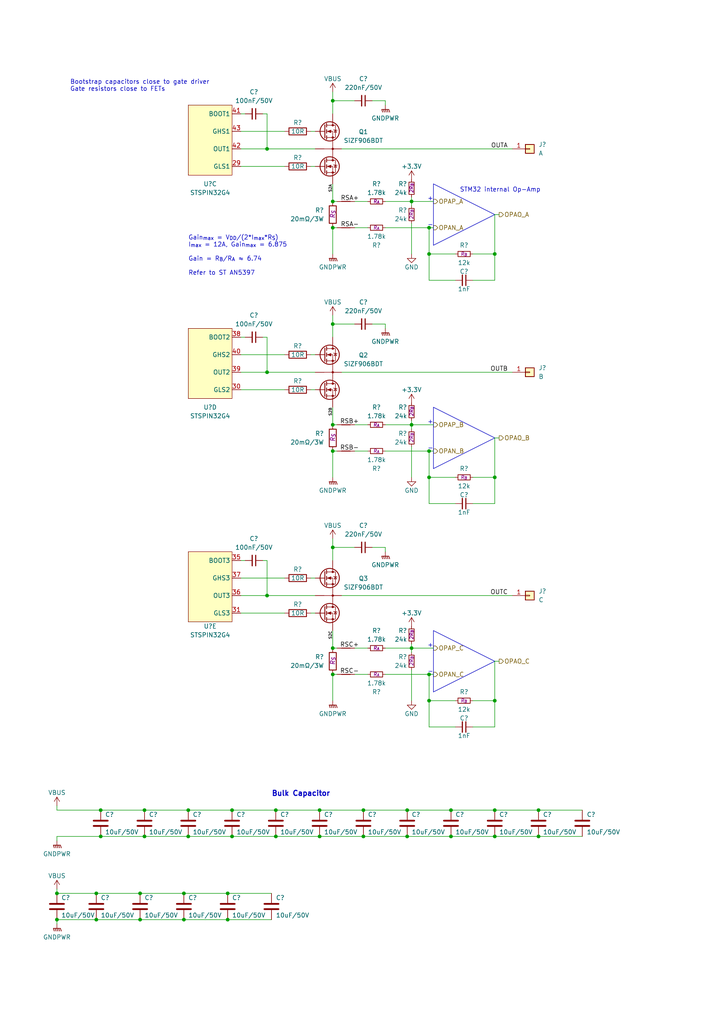
<source format=kicad_sch>
(kicad_sch (version 20231120) (generator "eeschema") (generator_version "8.0")
  (paper "A4" portrait)
  (junction (at 53.34 259.08))
  (junction (at 96.52 130.81))
  (junction (at 105.41 234.95))
  (junction (at 67.31 242.57))
  (junction (at 29.21 234.95))
  (junction (at 124.46 66.04))
  (junction (at 66.04 266.7))
  (junction (at 130.81 234.95))
  (junction (at 143.51 242.57))
  (junction (at 119.38 123.19))
  (junction (at 96.52 187.96))
  (junction (at 67.31 234.95))
  (junction (at 29.21 242.57))
  (junction (at 130.81 242.57))
  (junction (at 124.46 195.58))
  (junction (at 54.61 234.95))
  (junction (at 27.94 266.7))
  (junction (at 143.51 138.43))
  (junction (at 27.94 259.08))
  (junction (at 124.46 138.43))
  (junction (at 96.52 93.98))
  (junction (at 143.51 203.2))
  (junction (at 92.71 242.57))
  (junction (at 105.41 242.57))
  (junction (at 41.91 242.57))
  (junction (at 96.52 66.04))
  (junction (at 80.01 242.57))
  (junction (at 96.52 123.19))
  (junction (at 54.61 242.57))
  (junction (at 124.46 130.81))
  (junction (at 77.47 43.18))
  (junction (at 96.52 195.58))
  (junction (at 96.52 158.75))
  (junction (at 156.21 242.57))
  (junction (at 96.52 58.42))
  (junction (at 77.47 107.95))
  (junction (at 118.11 242.57))
  (junction (at 92.71 234.95))
  (junction (at 96.52 29.21))
  (junction (at 124.46 203.2))
  (junction (at 118.11 234.95))
  (junction (at 41.91 234.95))
  (junction (at 53.34 266.7))
  (junction (at 156.21 234.95))
  (junction (at 143.51 234.95))
  (junction (at 66.04 259.08))
  (junction (at 124.46 73.66))
  (junction (at 119.38 58.42))
  (junction (at 143.51 73.66))
  (junction (at 77.47 172.72))
  (junction (at 16.51 259.08))
  (junction (at 40.64 259.08))
  (junction (at 40.64 266.7))
  (junction (at 119.38 187.96))
  (junction (at 16.51 266.7))
  (junction (at 80.01 234.95))
  (wire (pts (xy 69.85 48.26) (xy 82.55 48.26)))
  (wire (pts (xy 27.94 259.08) (xy 40.64 259.08)))
  (wire (pts (xy 69.85 102.87) (xy 82.55 102.87)))
  (wire (pts (xy 29.21 234.95) (xy 41.91 234.95)))
  (polyline (pts (xy 125.73 182.88) (xy 143.51 191.77)))
  (wire (pts (xy 96.52 156.21) (xy 96.52 158.75)))
  (wire (pts (xy 96.52 29.21) (xy 96.52 33.02)))
  (wire (pts (xy 102.87 195.58) (xy 106.68 195.58)))
  (wire (pts (xy 69.85 113.03) (xy 82.55 113.03)))
  (wire (pts (xy 102.87 130.81) (xy 106.68 130.81)))
  (wire (pts (xy 54.61 234.95) (xy 67.31 234.95)))
  (polyline (pts (xy 125.73 71.12) (xy 143.51 62.23)))
  (wire (pts (xy 137.16 146.05) (xy 143.51 146.05)))
  (wire (pts (xy 132.08 81.28) (xy 124.46 81.28)))
  (wire (pts (xy 41.91 234.95) (xy 54.61 234.95)))
  (wire (pts (xy 143.51 203.2) (xy 143.51 191.77)))
  (wire (pts (xy 102.87 123.19) (xy 106.68 123.19)))
  (wire (pts (xy 168.91 242.57) (xy 156.21 242.57)))
  (wire (pts (xy 16.51 234.95) (xy 29.21 234.95)))
  (wire (pts (xy 77.47 33.02) (xy 76.2 33.02)))
  (wire (pts (xy 119.38 121.92) (xy 119.38 123.19)))
  (polyline (pts (xy 125.73 53.34) (xy 143.51 62.23)))
  (wire (pts (xy 67.31 234.95) (xy 80.01 234.95)))
  (wire (pts (xy 41.91 242.57) (xy 54.61 242.57)))
  (wire (pts (xy 137.16 203.2) (xy 143.51 203.2)))
  (polyline (pts (xy 125.73 118.11) (xy 143.51 127)))
  (wire (pts (xy 96.52 26.67) (xy 96.52 29.21)))
  (wire (pts (xy 90.17 177.8) (xy 91.44 177.8)))
  (wire (pts (xy 77.47 97.79) (xy 77.47 107.95)))
  (wire (pts (xy 105.41 234.95) (xy 118.11 234.95)))
  (polyline (pts (xy 125.73 135.89) (xy 125.73 118.11)))
  (wire (pts (xy 111.76 93.98) (xy 107.95 93.98)))
  (wire (pts (xy 80.01 242.57) (xy 92.71 242.57)))
  (wire (pts (xy 96.52 182.88) (xy 96.52 187.96)))
  (wire (pts (xy 97.79 58.42) (xy 96.52 58.42)))
  (wire (pts (xy 96.52 53.34) (xy 96.52 58.42)))
  (wire (pts (xy 16.51 233.68) (xy 16.51 234.95)))
  (wire (pts (xy 143.51 127) (xy 144.78 127)))
  (wire (pts (xy 16.51 259.08) (xy 27.94 259.08)))
  (wire (pts (xy 105.41 242.57) (xy 118.11 242.57)))
  (wire (pts (xy 119.38 129.54) (xy 119.38 138.43)))
  (wire (pts (xy 137.16 210.82) (xy 143.51 210.82)))
  (wire (pts (xy 69.85 172.72) (xy 77.47 172.72)))
  (wire (pts (xy 118.11 242.57) (xy 130.81 242.57)))
  (wire (pts (xy 69.85 107.95) (xy 77.47 107.95)))
  (wire (pts (xy 124.46 130.81) (xy 125.73 130.81)))
  (wire (pts (xy 119.38 124.46) (xy 119.38 123.19)))
  (wire (pts (xy 119.38 59.69) (xy 119.38 58.42)))
  (wire (pts (xy 97.79 130.81) (xy 96.52 130.81)))
  (wire (pts (xy 143.51 242.57) (xy 156.21 242.57)))
  (wire (pts (xy 69.85 43.18) (xy 77.47 43.18)))
  (wire (pts (xy 69.85 38.1) (xy 82.55 38.1)))
  (wire (pts (xy 111.76 187.96) (xy 119.38 187.96)))
  (wire (pts (xy 66.04 259.08) (xy 78.74 259.08)))
  (wire (pts (xy 132.08 203.2) (xy 124.46 203.2)))
  (wire (pts (xy 66.04 266.7) (xy 78.74 266.7)))
  (wire (pts (xy 130.81 234.95) (xy 143.51 234.95)))
  (wire (pts (xy 143.51 191.77) (xy 144.78 191.77)))
  (wire (pts (xy 119.38 123.19) (xy 125.73 123.19)))
  (wire (pts (xy 143.51 73.66) (xy 143.51 62.23)))
  (wire (pts (xy 102.87 187.96) (xy 106.68 187.96)))
  (wire (pts (xy 111.76 95.25) (xy 111.76 93.98)))
  (wire (pts (xy 40.64 259.08) (xy 53.34 259.08)))
  (wire (pts (xy 111.76 130.81) (xy 124.46 130.81)))
  (wire (pts (xy 53.34 259.08) (xy 66.04 259.08)))
  (wire (pts (xy 40.64 266.7) (xy 53.34 266.7)))
  (wire (pts (xy 111.76 29.21) (xy 107.95 29.21)))
  (polyline (pts (xy 125.73 71.12) (xy 125.73 53.34)))
  (wire (pts (xy 143.51 234.95) (xy 156.21 234.95)))
  (wire (pts (xy 137.16 73.66) (xy 143.51 73.66)))
  (wire (pts (xy 124.46 195.58) (xy 125.73 195.58)))
  (wire (pts (xy 96.52 118.11) (xy 96.52 123.19)))
  (wire (pts (xy 102.87 58.42) (xy 106.68 58.42)))
  (wire (pts (xy 90.17 102.87) (xy 91.44 102.87)))
  (wire (pts (xy 80.01 234.95) (xy 92.71 234.95)))
  (wire (pts (xy 96.52 29.21) (xy 102.87 29.21)))
  (wire (pts (xy 97.79 123.19) (xy 96.52 123.19)))
  (wire (pts (xy 77.47 33.02) (xy 77.47 43.18)))
  (wire (pts (xy 97.79 195.58) (xy 96.52 195.58)))
  (wire (pts (xy 96.52 91.44) (xy 96.52 93.98)))
  (wire (pts (xy 77.47 107.95) (xy 91.44 107.95)))
  (wire (pts (xy 124.46 130.81) (xy 124.46 138.43)))
  (wire (pts (xy 69.85 97.79) (xy 71.12 97.79)))
  (wire (pts (xy 54.61 242.57) (xy 67.31 242.57)))
  (wire (pts (xy 90.17 167.64) (xy 91.44 167.64)))
  (wire (pts (xy 29.21 242.57) (xy 41.91 242.57)))
  (wire (pts (xy 77.47 172.72) (xy 91.44 172.72)))
  (wire (pts (xy 90.17 38.1) (xy 91.44 38.1)))
  (wire (pts (xy 16.51 266.7) (xy 16.51 267.97)))
  (wire (pts (xy 143.51 146.05) (xy 143.51 138.43)))
  (wire (pts (xy 143.51 62.23) (xy 144.78 62.23)))
  (wire (pts (xy 107.95 158.75) (xy 111.76 158.75)))
  (wire (pts (xy 96.52 138.43) (xy 96.52 130.81)))
  (wire (pts (xy 124.46 146.05) (xy 124.46 138.43)))
  (wire (pts (xy 119.38 186.69) (xy 119.38 187.96)))
  (wire (pts (xy 69.85 33.02) (xy 71.12 33.02)))
  (wire (pts (xy 143.51 138.43) (xy 143.51 127)))
  (wire (pts (xy 124.46 195.58) (xy 124.46 203.2)))
  (wire (pts (xy 132.08 138.43) (xy 124.46 138.43)))
  (wire (pts (xy 29.21 242.57) (xy 16.51 242.57)))
  (wire (pts (xy 92.71 242.57) (xy 105.41 242.57)))
  (wire (pts (xy 99.06 107.95) (xy 148.59 107.95)))
  (wire (pts (xy 90.17 113.03) (xy 91.44 113.03)))
  (wire (pts (xy 132.08 146.05) (xy 124.46 146.05)))
  (wire (pts (xy 16.51 257.81) (xy 16.51 259.08)))
  (wire (pts (xy 69.85 167.64) (xy 82.55 167.64)))
  (wire (pts (xy 96.52 93.98) (xy 102.87 93.98)))
  (wire (pts (xy 67.31 242.57) (xy 80.01 242.57)))
  (wire (pts (xy 119.38 187.96) (xy 125.73 187.96)))
  (wire (pts (xy 137.16 138.43) (xy 143.51 138.43)))
  (wire (pts (xy 111.76 123.19) (xy 119.38 123.19)))
  (wire (pts (xy 119.38 64.77) (xy 119.38 73.66)))
  (wire (pts (xy 97.79 66.04) (xy 96.52 66.04)))
  (wire (pts (xy 69.85 177.8) (xy 82.55 177.8)))
  (wire (pts (xy 119.38 57.15) (xy 119.38 58.42)))
  (wire (pts (xy 111.76 195.58) (xy 124.46 195.58)))
  (wire (pts (xy 111.76 30.48) (xy 111.76 29.21)))
  (wire (pts (xy 99.06 43.18) (xy 148.59 43.18)))
  (wire (pts (xy 99.06 172.72) (xy 148.59 172.72)))
  (wire (pts (xy 53.34 266.7) (xy 66.04 266.7)))
  (wire (pts (xy 96.52 203.2) (xy 96.52 195.58)))
  (wire (pts (xy 130.81 242.57) (xy 143.51 242.57)))
  (wire (pts (xy 96.52 158.75) (xy 102.87 158.75)))
  (wire (pts (xy 96.52 158.75) (xy 96.52 162.56)))
  (wire (pts (xy 97.79 187.96) (xy 96.52 187.96)))
  (wire (pts (xy 124.46 81.28) (xy 124.46 73.66)))
  (wire (pts (xy 27.94 266.7) (xy 40.64 266.7)))
  (wire (pts (xy 143.51 210.82) (xy 143.51 203.2)))
  (wire (pts (xy 96.52 93.98) (xy 96.52 97.79)))
  (wire (pts (xy 137.16 81.28) (xy 143.51 81.28)))
  (wire (pts (xy 77.47 43.18) (xy 91.44 43.18)))
  (wire (pts (xy 77.47 162.56) (xy 77.47 172.72)))
  (wire (pts (xy 124.46 66.04) (xy 125.73 66.04)))
  (wire (pts (xy 132.08 210.82) (xy 124.46 210.82)))
  (wire (pts (xy 119.38 194.31) (xy 119.38 203.2)))
  (wire (pts (xy 102.87 66.04) (xy 106.68 66.04)))
  (polyline (pts (xy 125.73 200.66) (xy 125.73 182.88)))
  (wire (pts (xy 16.51 266.7) (xy 27.94 266.7)))
  (wire (pts (xy 77.47 97.79) (xy 76.2 97.79)))
  (wire (pts (xy 119.38 58.42) (xy 125.73 58.42)))
  (wire (pts (xy 92.71 234.95) (xy 105.41 234.95)))
  (wire (pts (xy 118.11 234.95) (xy 130.81 234.95)))
  (wire (pts (xy 132.08 73.66) (xy 124.46 73.66)))
  (wire (pts (xy 111.76 160.02) (xy 111.76 158.75)))
  (wire (pts (xy 16.51 243.84) (xy 16.51 242.57)))
  (wire (pts (xy 111.76 58.42) (xy 119.38 58.42)))
  (wire (pts (xy 124.46 66.04) (xy 124.46 73.66)))
  (wire (pts (xy 90.17 48.26) (xy 91.44 48.26)))
  (wire (pts (xy 119.38 189.23) (xy 119.38 187.96)))
  (wire (pts (xy 111.76 66.04) (xy 124.46 66.04)))
  (polyline (pts (xy 125.73 135.89) (xy 143.51 127)))
  (wire (pts (xy 168.91 234.95) (xy 156.21 234.95)))
  (wire (pts (xy 124.46 210.82) (xy 124.46 203.2)))
  (wire (pts (xy 143.51 81.28) (xy 143.51 73.66)))
  (wire (pts (xy 69.85 162.56) (xy 71.12 162.56)))
  (wire (pts (xy 77.47 162.56) (xy 76.2 162.56)))
  (wire (pts (xy 96.52 73.66) (xy 96.52 66.04)))
  (polyline (pts (xy 125.73 200.66) (xy 143.51 191.77)))
  (text "+" (at 125.73 123.19 0) (effects (font (size 1.27 1.27)) (justify right bottom)))
  (text "-" (at 125.73 130.81 0) (effects (font (size 1.27 1.27)) (justify right bottom)))
  (text "Bulk Capacitor" (at 78.74 231.14 0) (effects (font (size 1.5 1.5) (thickness 0.3) (bold yes)) (justify left bottom)))
  (text "+" (at 125.73 58.42 0) (effects (font (size 1.27 1.27)) (justify right bottom)))
  (text "+" (at 125.73 187.96 0) (effects (font (size 1.27 1.27)) (justify right bottom)))
  (text "Gain_{max} = V_{DD}/(2*I_{max}*R_{S})\nI_{max} = 12A, Gain_{max} = 6.875\n\nGain = R_{B}/R_{A} ≈ 6.74\n\nRefer to ST AN5397" (at 54.61 80.01 0) (effects (font (size 1.27 1.27)) (justify left bottom)))
  (text "STM32 internal Op-Amp" (at 133.35 55.88 0) (effects (font (size 1.27 1.27)) (justify left bottom)))
  (text "Bootstrap capacitors close to gate driver\nGate resistors close to FETs" (at 20.32 26.67 0) (effects (font (size 1.27 1.27)) (justify left bottom)))
  (text "-" (at 125.73 66.04 0) (effects (font (size 1.27 1.27)) (justify right bottom)))
  (text "-" (at 125.73 195.58 0) (effects (font (size 1.27 1.27)) (justify right bottom)))
  (label "S2B" (at 96.52 118.11 270) (effects (font (size 0.8 0.8))))
  (label "RSA-" (at 104.14 66.04 180))
  (label "RSC-" (at 104.14 195.58 180))
  (label "RSA+" (at 104.14 58.42 180))
  (label "S2A" (at 96.52 53.34 270) (effects (font (size 0.8 0.8))))
  (label "RSB+" (at 104.14 123.19 180))
  (label "RSB-" (at 104.14 130.81 180))
  (label "S2C" (at 96.52 182.88 270) (effects (font (size 0.8 0.8))))
  (label "RSC+" (at 104.14 187.96 180))
  (label "OUTC" (at 147.32 172.72 180))
  (label "OUTA" (at 147.32 43.18 180))
  (label "OUTB" (at 147.32 107.95 180))
  (hierarchical_label "OPAO_B" (shape output) (at 144.78 127 0))
  (hierarchical_label "OPAN_C" (shape output) (at 125.73 195.58 0))
  (hierarchical_label "OPAO_A" (shape output) (at 144.78 62.23 0))
  (hierarchical_label "OPAP_C" (shape output) (at 125.73 187.96 0))
  (hierarchical_label "OPAN_B" (shape output) (at 125.73 130.81 0))
  (hierarchical_label "OPAP_B" (shape output) (at 125.73 123.19 0))
  (hierarchical_label "OPAO_C" (shape output) (at 144.78 191.77 0))
  (hierarchical_label "OPAN_A" (shape output) (at 125.73 66.04 0))
  (hierarchical_label "OPAP_A" (shape output) (at 125.73 58.42 0))
  (symbol (lib_id "power:VBUS") (at 96.52 26.67 0) (unit 1)
    (property "Reference" "#PWR?" (effects (hide yes)))
    (property "Value" "VBUS" (at 96.52 22.86 0))
    (instances (project "moco-sc2" (path "" (reference "#PWR?") (unit 1)) (path "" (reference "#PWR030") (unit 1))))
  )
  (symbol (lib_id "Device:NetTie_2") (at 100.33 66.04 0) (mirror y) (unit 1) (in_bom no)
    (property "Reference" "NT?" (effects (hide yes)))
    (property "Value" "NetTie_2" (effects (hide yes)))
    (property "Footprint" "NetTie:NetTie-2_SMD_Pad0.5mm" (effects (hide yes)))
    (instances (project "moco-rd321" (path "" (reference "NT?") (unit 1)) (path "" (reference "NT?") (unit 1))) (project "moco-rd501" (path "" (reference "NT?") (unit 1))) (project "moco-sc2" (path "" (reference "NT?") (unit 1)) (path "" (reference "NT2") (unit 1))))
  )
  (symbol (lib_id "Device:C_Small") (at 105.41 158.75 270) (mirror x) (unit 1)
    (property "Reference" "C?" (at 105.41 152.4 90))
    (property "Value" "220nF/50V" (at 105.41 154.94 90))
    (property "Footprint" "Capacitor_SMD:C_0805_2012Metric" (effects (hide yes)))
    (property "LCSC" "C5378" (effects (hide yes)))
    (property "MFR. Part#" "CL21B224KBFNNNE" (effects (hide yes)))
    (instances (project "moco-rd321" (path "" (reference "C?") (unit 1)) (path "" (reference "C?") (unit 1))) (project "moco-sc2" (path "" (reference "C?") (unit 1)) (path "" (reference "C23") (unit 1))))
  )
  (symbol (lib_id "Device:C") (at 156.21 238.76 0) (mirror y) (unit 1)
    (property "Reference" "C?" (at 157.48 236.22 0) (effects (justify right)))
    (property "Value" "10uF/50V" (at 157.48 241.3 0) (effects (justify right)))
    (property "Footprint" "Capacitor_SMD:C_0805_2012Metric" (effects (hide yes)))
    (property "LCSC" "C440198" (effects (hide yes)))
    (property "MFR. Part#" "GRM21BR61H106KE43L" (effects (hide yes)))
    (property "Alt." "CL21B106KAYQNNE" (effects (hide yes)))
    (instances (project "moco-rd321" (path "" (reference "C?") (unit 1))) (project "moco-oi401" (path "" (reference "C?") (unit 1)) (path "" (reference "C?") (unit 1))) (project "moco-bkd8316" (path "" (reference "C?") (unit 1))) (project "moco-sc2" (path "" (reference "C38") (unit 1))))
  )
  (symbol (lib_id "power:VBUS") (at 16.51 257.81 0) (unit 1)
    (property "Reference" "#PWR?" (effects (hide yes)))
    (property "Value" "VBUS" (at 16.51 254 0))
    (instances (project "moco-rd321" (path "" (reference "#PWR?") (unit 1)) (path "" (reference "#PWR?") (unit 1))) (project "moco-sc2" (path "" (reference "#PWR050") (unit 1))))
  )
  (symbol (lib_id "power:GNDPWR") (at 16.51 243.84 0) (mirror y) (unit 1)
    (property "Reference" "#PWR?" (effects (hide yes)))
    (property "Value" "GNDPWR" (at 16.51 247.65 0))
    (instances (project "moco-rd321" (path "" (reference "#PWR?") (unit 1)) (path "" (reference "#PWR?") (unit 1))) (project "moco-rd501" (path "" (reference "#PWR?") (unit 1))) (project "moco-sc2" (path "" (reference "#PWR049") (unit 1))))
  )
  (symbol (lib_id "Device:C") (at 130.81 238.76 0) (mirror y) (unit 1)
    (property "Reference" "C?" (at 132.08 236.22 0) (effects (justify right)))
    (property "Value" "10uF/50V" (at 132.08 241.3 0) (effects (justify right)))
    (property "Footprint" "Capacitor_SMD:C_0805_2012Metric" (effects (hide yes)))
    (property "LCSC" "C440198" (effects (hide yes)))
    (property "MFR. Part#" "GRM21BR61H106KE43L" (effects (hide yes)))
    (property "Alt." "CL21B106KAYQNNE" (effects (hide yes)))
    (instances (project "moco-rd321" (path "" (reference "C?") (unit 1))) (project "moco-oi401" (path "" (reference "C?") (unit 1)) (path "" (reference "C?") (unit 1))) (project "moco-bkd8316" (path "" (reference "C?") (unit 1))) (project "moco-sc2" (path "" (reference "C36") (unit 1))))
  )
  (symbol (lib_id "Device:R") (at 96.52 191.77 0) (mirror y) (unit 1)
    (property "Reference" "R?" (at 93.98 190.5 0) (effects (justify left)))
    (property "Value" "20mΩ/3W" (at 93.98 193.04 0) (effects (justify left)))
    (property "Footprint" "Resistor_SMD:R_2512_6332Metric" (effects (hide yes)))
    (property "MFR. Part#" "MSMA2512R0200FGM" (effects (hide yes)))
    (property "Note" "R_{S}" (at 96.52 191.77 90) (effects (font (italic yes))))
    (instances (project "moco-rd321" (path "" (reference "R?") (unit 1)) (path "" (reference "R?") (unit 1))) (project "moco-rd501" (path "" (reference "R?") (unit 1))) (project "moco-sc2" (path "" (reference "R?") (unit 1)) (path "" (reference "R32") (unit 1))))
  )
  (symbol (lib_id "power:GNDPWR") (at 111.76 95.25 0) (mirror y) (unit 1)
    (property "Reference" "#PWR?" (effects (hide yes)))
    (property "Value" "GNDPWR" (at 111.76 99.06 0))
    (instances (project "moco-rd321" (path "" (reference "#PWR?") (unit 1)) (path "" (reference "#PWR?") (unit 1))) (project "moco-rd501" (path "" (reference "#PWR?") (unit 1))) (project "moco-sc2" (path "" (reference "#PWR?") (unit 1)) (path "" (reference "#PWR037") (unit 1))))
  )
  (symbol (lib_id "Device:C") (at 41.91 238.76 0) (mirror y) (unit 1)
    (property "Reference" "C?" (at 43.18 236.22 0) (effects (justify right)))
    (property "Value" "10uF/50V" (at 43.18 241.3 0) (effects (justify right)))
    (property "Footprint" "Capacitor_SMD:C_0805_2012Metric" (effects (hide yes)))
    (property "LCSC" "C440198" (effects (hide yes)))
    (property "MFR. Part#" "GRM21BR61H106KE43L" (effects (hide yes)))
    (property "Alt." "CL21B106KAYQNNE" (effects (hide yes)))
    (instances (project "moco-rd321" (path "" (reference "C?") (unit 1))) (project "moco-oi401" (path "" (reference "C?") (unit 1)) (path "" (reference "C?") (unit 1))) (project "moco-bkd8316" (path "" (reference "C?") (unit 1))) (project "moco-sc2" (path "" (reference "C29") (unit 1))))
  )
  (symbol (lib_id "Device:C") (at 80.01 238.76 0) (mirror y) (unit 1)
    (property "Reference" "C?" (at 81.28 236.22 0) (effects (justify right)))
    (property "Value" "10uF/50V" (at 81.28 241.3 0) (effects (justify right)))
    (property "Footprint" "Capacitor_SMD:C_0805_2012Metric" (effects (hide yes)))
    (property "LCSC" "C440198" (effects (hide yes)))
    (property "MFR. Part#" "GRM21BR61H106KE43L" (effects (hide yes)))
    (property "Alt." "CL21B106KAYQNNE" (effects (hide yes)))
    (instances (project "moco-rd321" (path "" (reference "C?") (unit 1))) (project "moco-oi401" (path "" (reference "C?") (unit 1)) (path "" (reference "C?") (unit 1))) (project "moco-bkd8316" (path "" (reference "C?") (unit 1))) (project "moco-sc2" (path "" (reference "C32") (unit 1))))
  )
  (symbol (lib_id "power:+3.3V") (at 119.38 52.07 0) (unit 1)
    (property "Reference" "#PWR?" (effects (hide yes)))
    (property "Value" "+3.3V" (at 119.38 48.26 0))
    (instances (project "moco-rd321" (path "" (reference "#PWR?") (unit 1)) (path "" (reference "#PWR?") (unit 1)) (path "" (reference "#PWR?") (unit 1))) (project "moco-sc2" (path "" (reference "#PWR033") (unit 1))))
  )
  (symbol (lib_id "Device:NetTie_2") (at 100.33 195.58 0) (mirror y) (unit 1) (in_bom no)
    (property "Reference" "NT?" (effects (hide yes)))
    (property "Value" "NetTie_2" (effects (hide yes)))
    (property "Footprint" "NetTie:NetTie-2_SMD_Pad0.5mm" (effects (hide yes)))
    (instances (project "moco-rd321" (path "" (reference "NT?") (unit 1)) (path "" (reference "NT?") (unit 1))) (project "moco-rd501" (path "" (reference "NT?") (unit 1))) (project "moco-sc2" (path "" (reference "NT?") (unit 1)) (path "" (reference "NT6") (unit 1))))
  )
  (symbol (lib_id "Device:R_Small") (at 109.22 123.19 90) (unit 1)
    (property "Reference" "R?" (at 109.22 118.11 90))
    (property "Value" "1.78k" (at 109.22 120.65 90))
    (property "Footprint" "Resistor_SMD:R_0402_1005Metric" (effects (hide yes)))
    (property "LCSC" "C284379" (effects (hide yes)))
    (property "MFR. Part#" "ARG02FTC1781" (effects (hide yes)))
    (property "Note" "R_{A}" (at 109.22 123.19 90) (effects (font (size 1 1) (italic yes))))
    (instances (project "moco-rd321" (path "" (reference "R?") (unit 1)) (path "" (reference "R?") (unit 1))) (project "moco-sc2" (path "" (reference "R22") (unit 1))))
  )
  (symbol (lib_id "moco:SiZF906BDT") (at 96.52 43.18 0) (unit 1)
    (property "Reference" "Q1" (at 105.41 38.2268 0))
    (property "Value" "SiZF906BDT" (at 105.41 40.7668 0))
    (property "Footprint" "moco:PowerPAIR_6x5F" (effects (hide yes)))
    (property "Description" "Dual N-Channel MOSFET" (effects (hide yes)))
  )
  (symbol (lib_id "Device:C_Small") (at 134.62 210.82 270) (mirror x) (unit 1)
    (property "Reference" "C?" (at 134.62 208.28 90))
    (property "Value" "1nF" (at 134.62 213.36 90))
    (property "Footprint" "Capacitor_SMD:C_0402_1005Metric" (effects (hide yes)))
    (property "LCSC" "C1523" (effects (hide yes)))
    (property "MFR. Part#" "0402B102K500NT" (effects (hide yes)))
    (instances (project "moco-rd321" (path "" (reference "C?") (unit 1)) (path "" (reference "C?") (unit 1))) (project "moco-sc2" (path "" (reference "C?") (unit 1)) (path "" (reference "C26") (unit 1))))
  )
  (symbol (lib_id "power:GNDPWR") (at 96.52 73.66 0) (mirror y) (unit 1)
    (property "Reference" "#PWR?" (effects (hide yes)))
    (property "Value" "GNDPWR" (at 96.52 77.47 0))
    (instances (project "moco-rd321" (path "" (reference "#PWR?") (unit 1)) (path "" (reference "#PWR?") (unit 1))) (project "moco-rd501" (path "" (reference "#PWR?") (unit 1))) (project "moco-sc2" (path "" (reference "#PWR?") (unit 1)) (path "" (reference "#PWR034") (unit 1))))
  )
  (symbol (lib_id "moco:STSPIN32G4") (at 60.96 105.41 0) (unit 4)
    (property "Reference" "U?" (at 60.96 118.11 0))
    (property "Value" "STSPIN32G4" (at 60.96 120.65 0))
    (property "Footprint" "moco:VFQFPN 9X9X1.0 64 PITCH 0.5" (effects (hide yes)))
    (property "LCSC" "C2858620" (effects (hide yes)))
    (property "MFR. Part#" "STSPIN32G4" (effects (hide yes)))
    (instances (project "moco-sc2" (path "" (reference "U?") (unit 4)) (path "" (reference "U1") (unit 4))))
  )
  (symbol (lib_id "Device:NetTie_2") (at 100.33 130.81 0) (mirror y) (unit 1) (in_bom no)
    (property "Reference" "NT?" (effects (hide yes)))
    (property "Value" "NetTie_2" (effects (hide yes)))
    (property "Footprint" "NetTie:NetTie-2_SMD_Pad0.5mm" (effects (hide yes)))
    (instances (project "moco-rd321" (path "" (reference "NT?") (unit 1)) (path "" (reference "NT?") (unit 1))) (project "moco-rd501" (path "" (reference "NT?") (unit 1))) (project "moco-sc2" (path "" (reference "NT?") (unit 1)) (path "" (reference "NT4") (unit 1))))
  )
  (symbol (lib_id "power:GNDPWR") (at 96.52 203.2 0) (mirror y) (unit 1)
    (property "Reference" "#PWR?" (effects (hide yes)))
    (property "Value" "GNDPWR" (at 96.52 207.01 0))
    (instances (project "moco-rd321" (path "" (reference "#PWR?") (unit 1)) (path "" (reference "#PWR?") (unit 1))) (project "moco-rd501" (path "" (reference "#PWR?") (unit 1))) (project "moco-sc2" (path "" (reference "#PWR?") (unit 1)) (path "" (reference "#PWR046") (unit 1))))
  )
  (symbol (lib_id "power:GND") (at 119.38 138.43 0) (unit 1)
    (property "Reference" "#PWR?" (effects (hide yes)))
    (property "Value" "GND" (at 119.38 142.24 0))
    (instances (project "moco-rd321" (path "" (reference "#PWR?") (unit 1)) (path "" (reference "#PWR?") (unit 1))) (project "moco-sc2" (path "" (reference "#PWR041") (unit 1))))
  )
  (symbol (lib_id "Device:R") (at 86.36 48.26 90) (unit 1)
    (property "Reference" "R?" (at 86.36 45.72 90))
    (property "Value" "10R" (at 86.36 48.26 90))
    (property "Footprint" "Resistor_SMD:R_0402_1005Metric" (effects (hide yes)))
    (property "LCSC" "C25077" (effects (hide yes)))
    (property "MFR. Part#" "0402WGF100JTCE" (effects (hide yes)))
    (instances (project "moco-rd321" (path "" (reference "R?") (unit 1)) (path "" (reference "R?") (unit 1))) (project "moco-sc2" (path "" (reference "R?") (unit 1)) (path "" (reference "R11") (unit 1))))
  )
  (symbol (lib_id "Device:NetTie_2") (at 100.33 187.96 0) (mirror y) (unit 1) (in_bom no)
    (property "Reference" "NT?" (effects (hide yes)))
    (property "Value" "NetTie_2" (effects (hide yes)))
    (property "Footprint" "NetTie:NetTie-2_SMD_Pad0.5mm" (effects (hide yes)))
    (instances (project "moco-rd321" (path "" (reference "NT?") (unit 1)) (path "" (reference "NT?") (unit 1))) (project "moco-rd501" (path "" (reference "NT?") (unit 1))) (project "moco-sc2" (path "" (reference "NT?") (unit 1)) (path "" (reference "NT5") (unit 1))))
  )
  (symbol (lib_id "Device:R") (at 86.36 102.87 90) (unit 1)
    (property "Reference" "R?" (at 86.36 100.33 90))
    (property "Value" "10R" (at 86.36 102.87 90))
    (property "Footprint" "Resistor_SMD:R_0402_1005Metric" (effects (hide yes)))
    (property "LCSC" "C25077" (effects (hide yes)))
    (property "MFR. Part#" "0402WGF100JTCE" (effects (hide yes)))
    (instances (project "moco-rd321" (path "" (reference "R?") (unit 1)) (path "" (reference "R?") (unit 1))) (project "moco-sc2" (path "" (reference "R?") (unit 1)) (path "" (reference "R19") (unit 1))))
  )
  (symbol (lib_id "Device:NetTie_2") (at 100.33 58.42 0) (mirror y) (unit 1) (in_bom no)
    (property "Reference" "NT?" (effects (hide yes)))
    (property "Value" "NetTie_2" (effects (hide yes)))
    (property "Footprint" "NetTie:NetTie-2_SMD_Pad0.5mm" (effects (hide yes)))
    (instances (project "moco-rd321" (path "" (reference "NT?") (unit 1)) (path "" (reference "NT?") (unit 1))) (project "moco-rd501" (path "" (reference "NT?") (unit 1))) (project "moco-sc2" (path "" (reference "NT?") (unit 1)) (path "" (reference "NT1") (unit 1))))
  )
  (symbol (lib_id "Device:R") (at 96.52 127 0) (mirror y) (unit 1)
    (property "Reference" "R?" (at 93.98 125.73 0) (effects (justify left)))
    (property "Value" "20mΩ/3W" (at 93.98 128.27 0) (effects (justify left)))
    (property "Footprint" "Resistor_SMD:R_2512_6332Metric" (effects (hide yes)))
    (property "MFR. Part#" "MSMA2512R0200FGM" (effects (hide yes)))
    (property "Note" "R_{S}" (at 96.52 127 90) (effects (font (italic yes))))
    (instances (project "moco-rd321" (path "" (reference "R?") (unit 1)) (path "" (reference "R?") (unit 1))) (project "moco-rd501" (path "" (reference "R?") (unit 1))) (project "moco-sc2" (path "" (reference "R?") (unit 1)) (path "" (reference "R23") (unit 1))))
  )
  (symbol (lib_id "power:GNDPWR") (at 16.51 267.97 0) (mirror y) (unit 1)
    (property "Reference" "#PWR?" (effects (hide yes)))
    (property "Value" "GNDPWR" (at 16.51 271.78 0))
    (instances (project "moco-rd321" (path "" (reference "#PWR?") (unit 1)) (path "" (reference "#PWR?") (unit 1))) (project "moco-rd501" (path "" (reference "#PWR?") (unit 1))) (project "moco-sc2" (path "" (reference "#PWR051") (unit 1))))
  )
  (symbol (lib_id "Device:C") (at 40.64 262.89 0) (mirror y) (unit 1)
    (property "Reference" "C?" (at 41.91 260.35 0) (effects (justify right)))
    (property "Value" "10uF/50V" (at 41.91 265.43 0) (effects (justify right)))
    (property "Footprint" "Capacitor_SMD:C_0805_2012Metric" (effects (hide yes)))
    (property "LCSC" "C440198" (effects (hide yes)))
    (property "MFR. Part#" "GRM21BR61H106KE43L" (effects (hide yes)))
    (property "Alt." "CL21B106KAYQNNE" (effects (hide yes)))
    (instances (project "moco-rd321" (path "" (reference "C?") (unit 1))) (project "moco-oi401" (path "" (reference "C?") (unit 1)) (path "" (reference "C?") (unit 1))) (project "moco-bkd8316" (path "" (reference "C?") (unit 1))) (project "moco-sc2" (path "" (reference "C42") (unit 1))))
  )
  (symbol (lib_id "Device:C") (at 54.61 238.76 0) (mirror y) (unit 1)
    (property "Reference" "C?" (at 55.88 236.22 0) (effects (justify right)))
    (property "Value" "10uF/50V" (at 55.88 241.3 0) (effects (justify right)))
    (property "Footprint" "Capacitor_SMD:C_0805_2012Metric" (effects (hide yes)))
    (property "LCSC" "C440198" (effects (hide yes)))
    (property "MFR. Part#" "GRM21BR61H106KE43L" (effects (hide yes)))
    (property "Alt." "CL21B106KAYQNNE" (effects (hide yes)))
    (instances (project "moco-rd321" (path "" (reference "C?") (unit 1))) (project "moco-oi401" (path "" (reference "C?") (unit 1)) (path "" (reference "C?") (unit 1))) (project "moco-bkd8316" (path "" (reference "C?") (unit 1))) (project "moco-sc2" (path "" (reference "C30") (unit 1))))
  )
  (symbol (lib_id "Device:C_Small") (at 134.62 146.05 270) (mirror x) (unit 1)
    (property "Reference" "C?" (at 134.62 143.51 90))
    (property "Value" "1nF" (at 134.62 148.59 90))
    (property "Footprint" "Capacitor_SMD:C_0402_1005Metric" (effects (hide yes)))
    (property "LCSC" "C1523" (effects (hide yes)))
    (property "MFR. Part#" "0402B102K500NT" (effects (hide yes)))
    (instances (project "moco-rd321" (path "" (reference "C?") (unit 1)) (path "" (reference "C?") (unit 1))) (project "moco-sc2" (path "" (reference "C?") (unit 1)) (path "" (reference "C22") (unit 1))))
  )
  (symbol (lib_id "Device:R") (at 86.36 113.03 90) (unit 1)
    (property "Reference" "R?" (at 86.36 110.49 90))
    (property "Value" "10R" (at 86.36 113.03 90))
    (property "Footprint" "Resistor_SMD:R_0402_1005Metric" (effects (hide yes)))
    (property "LCSC" "C25077" (effects (hide yes)))
    (property "MFR. Part#" "0402WGF100JTCE" (effects (hide yes)))
    (instances (project "moco-rd321" (path "" (reference "R?") (unit 1)) (path "" (reference "R?") (unit 1))) (project "moco-sc2" (path "" (reference "R?") (unit 1)) (path "" (reference "R20") (unit 1))))
  )
  (symbol (lib_id "Device:R_Small") (at 134.62 203.2 90) (unit 1)
    (property "Reference" "R?" (at 134.62 200.66 90))
    (property "Value" "12k" (at 134.62 205.74 90))
    (property "Footprint" "Resistor_SMD:R_0402_1005Metric" (effects (hide yes)))
    (property "LCSC" "C25752" (effects (hide yes)))
    (property "MFR. Part#" "0402WGF1202TCE" (effects (hide yes)))
    (property "Note" "R_{B}" (at 134.62 203.2 90) (effects (font (size 1 1) (italic yes))))
    (instances (project "moco-rd321" (path "" (reference "R?") (unit 1)) (path "" (reference "R?") (unit 1))) (project "moco-sc2" (path "" (reference "R35") (unit 1))))
  )
  (symbol (lib_id "Connector_Generic:Conn_01x01") (at 153.67 107.95 0) (unit 1)
    (property "Reference" "J?" (at 156.21 106.68 0) (effects (justify left)))
    (property "Value" "B" (at 156.21 109.22 0) (effects (justify left)))
    (property "Footprint" "moco:wire_rectagnel_3.7mm_D1.5mm" (effects (hide yes)))
    (instances (project "moco-rd321" (path "" (reference "J?") (unit 1))) (project "moco-oi401" (path "" (reference "J?") (unit 1)) (path "" (reference "J?") (unit 1))) (project "moco-bkd8316" (path "" (reference "J?") (unit 1))) (project "moco-sc2" (path "" (reference "J?") (unit 1)) (path "" (reference "J7") (unit 1))))
  )
  (symbol (lib_id "moco:SiZF906BDT") (at 96.52 107.95 0) (unit 1)
    (property "Reference" "Q2" (at 105.41 102.9968 0))
    (property "Value" "SiZF906BDT" (at 105.41 105.5368 0))
    (property "Footprint" "moco:PowerPAIR_6x5F" (effects (hide yes)))
    (property "Description" "Dual N-Channel MOSFET" (effects (hide yes)))
  )
  (symbol (lib_id "Device:C") (at 16.51 262.89 0) (mirror y) (unit 1)
    (property "Reference" "C?" (at 17.78 260.35 0) (effects (justify right)))
    (property "Value" "10uF/50V" (at 17.78 265.43 0) (effects (justify right)))
    (property "Footprint" "Capacitor_SMD:C_0805_2012Metric" (effects (hide yes)))
    (property "LCSC" "C440198" (effects (hide yes)))
    (property "MFR. Part#" "GRM21BR61H106KE43L" (effects (hide yes)))
    (property "Alt." "CL21B106KAYQNNE" (effects (hide yes)))
    (instances (project "moco-rd321" (path "" (reference "C?") (unit 1))) (project "moco-oi401" (path "" (reference "C?") (unit 1)) (path "" (reference "C?") (unit 1))) (project "moco-bkd8316" (path "" (reference "C?") (unit 1))) (project "moco-sc2" (path "" (reference "C40") (unit 1))))
  )
  (symbol (lib_id "Device:C") (at 105.41 238.76 0) (mirror y) (unit 1)
    (property "Reference" "C?" (at 106.68 236.22 0) (effects (justify right)))
    (property "Value" "10uF/50V" (at 106.68 241.3 0) (effects (justify right)))
    (property "Footprint" "Capacitor_SMD:C_0805_2012Metric" (effects (hide yes)))
    (property "LCSC" "C440198" (effects (hide yes)))
    (property "MFR. Part#" "GRM21BR61H106KE43L" (effects (hide yes)))
    (property "Alt." "CL21B106KAYQNNE" (effects (hide yes)))
    (instances (project "moco-rd321" (path "" (reference "C?") (unit 1))) (project "moco-oi401" (path "" (reference "C?") (unit 1)) (path "" (reference "C?") (unit 1))) (project "moco-bkd8316" (path "" (reference "C?") (unit 1))) (project "moco-sc2" (path "" (reference "C34") (unit 1))))
  )
  (symbol (lib_id "Device:C_Small") (at 105.41 93.98 270) (mirror x) (unit 1)
    (property "Reference" "C?" (at 105.41 87.63 90))
    (property "Value" "220nF/50V" (at 105.41 90.17 90))
    (property "Footprint" "Capacitor_SMD:C_0805_2012Metric" (effects (hide yes)))
    (property "LCSC" "C5378" (effects (hide yes)))
    (property "MFR. Part#" "CL21B224KBFNNNE" (effects (hide yes)))
    (instances (project "moco-rd321" (path "" (reference "C?") (unit 1)) (path "" (reference "C?") (unit 1))) (project "moco-sc2" (path "" (reference "C?") (unit 1)) (path "" (reference "C19") (unit 1))))
  )
  (symbol (lib_id "power:GND") (at 119.38 73.66 0) (unit 1)
    (property "Reference" "#PWR?" (effects (hide yes)))
    (property "Value" "GND" (at 119.38 77.47 0))
    (instances (project "moco-rd321" (path "" (reference "#PWR?") (unit 1)) (path "" (reference "#PWR?") (unit 1))) (project "moco-sc2" (path "" (reference "#PWR035") (unit 1))))
  )
  (symbol (lib_id "Device:C") (at 118.11 238.76 0) (mirror y) (unit 1)
    (property "Reference" "C?" (at 119.38 236.22 0) (effects (justify right)))
    (property "Value" "10uF/50V" (at 119.38 241.3 0) (effects (justify right)))
    (property "Footprint" "Capacitor_SMD:C_0805_2012Metric" (effects (hide yes)))
    (property "LCSC" "C440198" (effects (hide yes)))
    (property "MFR. Part#" "GRM21BR61H106KE43L" (effects (hide yes)))
    (property "Alt." "CL21B106KAYQNNE" (effects (hide yes)))
    (instances (project "moco-rd321" (path "" (reference "C?") (unit 1))) (project "moco-oi401" (path "" (reference "C?") (unit 1)) (path "" (reference "C?") (unit 1))) (project "moco-bkd8316" (path "" (reference "C?") (unit 1))) (project "moco-sc2" (path "" (reference "C35") (unit 1))))
  )
  (symbol (lib_id "Device:R_Small") (at 109.22 58.42 90) (unit 1)
    (property "Reference" "R?" (at 109.22 53.34 90))
    (property "Value" "1.78k" (at 109.22 55.88 90))
    (property "Footprint" "Resistor_SMD:R_0402_1005Metric" (effects (hide yes)))
    (property "LCSC" "C284379" (effects (hide yes)))
    (property "MFR. Part#" "ARG02FTC1781" (effects (hide yes)))
    (property "Note" "R_{A}" (at 109.22 58.42 90) (effects (font (size 1 1) (italic yes))))
    (instances (project "moco-rd321" (path "" (reference "R?") (unit 1)) (path "" (reference "R?") (unit 1))) (project "moco-sc2" (path "" (reference "R13") (unit 1))))
  )
  (symbol (lib_id "Device:C") (at 67.31 238.76 0) (mirror y) (unit 1)
    (property "Reference" "C?" (at 68.58 236.22 0) (effects (justify right)))
    (property "Value" "10uF/50V" (at 68.58 241.3 0) (effects (justify right)))
    (property "Footprint" "Capacitor_SMD:C_0805_2012Metric" (effects (hide yes)))
    (property "LCSC" "C440198" (effects (hide yes)))
    (property "MFR. Part#" "GRM21BR61H106KE43L" (effects (hide yes)))
    (property "Alt." "CL21B106KAYQNNE" (effects (hide yes)))
    (instances (project "moco-rd321" (path "" (reference "C?") (unit 1))) (project "moco-oi401" (path "" (reference "C?") (unit 1)) (path "" (reference "C?") (unit 1))) (project "moco-bkd8316" (path "" (reference "C?") (unit 1))) (project "moco-sc2" (path "" (reference "C31") (unit 1))))
  )
  (symbol (lib_id "Device:R") (at 86.36 177.8 90) (unit 1)
    (property "Reference" "R?" (at 86.36 175.26 90))
    (property "Value" "10R" (at 86.36 177.8 90))
    (property "Footprint" "Resistor_SMD:R_0402_1005Metric" (effects (hide yes)))
    (property "LCSC" "C25077" (effects (hide yes)))
    (property "MFR. Part#" "0402WGF100JTCE" (effects (hide yes)))
    (instances (project "moco-rd321" (path "" (reference "R?") (unit 1)) (path "" (reference "R?") (unit 1))) (project "moco-sc2" (path "" (reference "R?") (unit 1)) (path "" (reference "R29") (unit 1))))
  )
  (symbol (lib_id "Device:C_Small") (at 105.41 29.21 270) (mirror x) (unit 1)
    (property "Reference" "C?" (at 105.41 22.86 90))
    (property "Value" "220nF/50V" (at 105.41 25.4 90))
    (property "Footprint" "Capacitor_SMD:C_0805_2012Metric" (effects (hide yes)))
    (property "LCSC" "C5378" (effects (hide yes)))
    (property "MFR. Part#" "CL21B224KBFNNNE" (effects (hide yes)))
    (instances (project "moco-rd321" (path "" (reference "C?") (unit 1)) (path "" (reference "C?") (unit 1))) (project "moco-sc2" (path "" (reference "C?") (unit 1)) (path "" (reference "C15") (unit 1))))
  )
  (symbol (lib_id "Device:R_Small") (at 119.38 184.15 0) (mirror y) (unit 1)
    (property "Reference" "R?" (at 118.11 182.88 0) (effects (justify left)))
    (property "Value" "24k" (at 118.11 185.42 0) (effects (justify left)))
    (property "Footprint" "Resistor_SMD:R_0402_1005Metric" (effects (hide yes)))
    (property "LCSC" "C25769" (effects (hide yes)))
    (property "MFR. Part#" "0402WGF2402TCE" (effects (hide yes)))
    (property "Note" "2R_{B}" (at 119.38 184.15 90) (effects (font (size 1 1) (italic yes))))
    (instances (project "moco-rd321" (path "" (reference "R?") (unit 1)) (path "" (reference "R?") (unit 1))) (project "moco-sc2" (path "" (reference "R30") (unit 1))))
  )
  (symbol (lib_id "power:+3.3V") (at 119.38 116.84 0) (unit 1)
    (property "Reference" "#PWR?" (effects (hide yes)))
    (property "Value" "+3.3V" (at 119.38 113.03 0))
    (instances (project "moco-rd321" (path "" (reference "#PWR?") (unit 1)) (path "" (reference "#PWR?") (unit 1)) (path "" (reference "#PWR?") (unit 1))) (project "moco-sc2" (path "" (reference "#PWR039") (unit 1))))
  )
  (symbol (lib_id "Device:C") (at 168.91 238.76 0) (mirror y) (unit 1)
    (property "Reference" "C?" (at 170.18 236.22 0) (effects (justify right)))
    (property "Value" "10uF/50V" (at 170.18 241.3 0) (effects (justify right)))
    (property "Footprint" "Capacitor_SMD:C_0805_2012Metric" (effects (hide yes)))
    (property "LCSC" "C440198" (effects (hide yes)))
    (property "MFR. Part#" "GRM21BR61H106KE43L" (effects (hide yes)))
    (property "Alt." "CL21B106KAYQNNE" (effects (hide yes)))
    (instances (project "moco-rd321" (path "" (reference "C?") (unit 1))) (project "moco-oi401" (path "" (reference "C?") (unit 1)) (path "" (reference "C?") (unit 1))) (project "moco-bkd8316" (path "" (reference "C?") (unit 1))) (project "moco-sc2" (path "" (reference "C39") (unit 1))))
  )
  (symbol (lib_id "Device:R") (at 86.36 167.64 90) (unit 1)
    (property "Reference" "R?" (at 86.36 165.1 90))
    (property "Value" "10R" (at 86.36 167.64 90))
    (property "Footprint" "Resistor_SMD:R_0402_1005Metric" (effects (hide yes)))
    (property "LCSC" "C25077" (effects (hide yes)))
    (property "MFR. Part#" "0402WGF100JTCE" (effects (hide yes)))
    (instances (project "moco-rd321" (path "" (reference "R?") (unit 1)) (path "" (reference "R?") (unit 1))) (project "moco-sc2" (path "" (reference "R?") (unit 1)) (path "" (reference "R28") (unit 1))))
  )
  (symbol (lib_id "power:GNDPWR") (at 96.52 138.43 0) (mirror y) (unit 1)
    (property "Reference" "#PWR?" (effects (hide yes)))
    (property "Value" "GNDPWR" (at 96.52 142.24 0))
    (instances (project "moco-rd321" (path "" (reference "#PWR?") (unit 1)) (path "" (reference "#PWR?") (unit 1))) (project "moco-rd501" (path "" (reference "#PWR?") (unit 1))) (project "moco-sc2" (path "" (reference "#PWR?") (unit 1)) (path "" (reference "#PWR040") (unit 1))))
  )
  (symbol (lib_id "Device:NetTie_2") (at 100.33 123.19 0) (mirror y) (unit 1) (in_bom no)
    (property "Reference" "NT?" (effects (hide yes)))
    (property "Value" "NetTie_2" (effects (hide yes)))
    (property "Footprint" "NetTie:NetTie-2_SMD_Pad0.5mm" (effects (hide yes)))
    (instances (project "moco-rd321" (path "" (reference "NT?") (unit 1)) (path "" (reference "NT?") (unit 1))) (project "moco-rd501" (path "" (reference "NT?") (unit 1))) (project "moco-sc2" (path "" (reference "NT?") (unit 1)) (path "" (reference "NT3") (unit 1))))
  )
  (symbol (lib_id "Device:C_Small") (at 134.62 81.28 270) (mirror x) (unit 1)
    (property "Reference" "C?" (at 134.62 78.74 90))
    (property "Value" "1nF" (at 134.62 83.82 90))
    (property "Footprint" "Capacitor_SMD:C_0402_1005Metric" (effects (hide yes)))
    (property "LCSC" "C1523" (effects (hide yes)))
    (property "MFR. Part#" "0402B102K500NT" (effects (hide yes)))
    (instances (project "moco-rd321" (path "" (reference "C?") (unit 1)) (path "" (reference "C?") (unit 1))) (project "moco-sc2" (path "" (reference "C?") (unit 1)) (path "" (reference "C18") (unit 1))))
  )
  (symbol (lib_id "Device:R_Small") (at 109.22 130.81 90) (mirror x) (unit 1)
    (property "Reference" "R?" (at 109.22 135.89 90))
    (property "Value" "1.78k" (at 109.22 133.35 90))
    (property "Footprint" "Resistor_SMD:R_0402_1005Metric" (effects (hide yes)))
    (property "LCSC" "C284379" (effects (hide yes)))
    (property "MFR. Part#" "ARG02FTC1781" (effects (hide yes)))
    (property "Note" "R_{A}" (at 109.22 130.81 90) (effects (font (size 1 1) (italic yes))))
    (instances (project "moco-rd321" (path "" (reference "R?") (unit 1)) (path "" (reference "R?") (unit 1))) (project "moco-sc2" (path "" (reference "R25") (unit 1))))
  )
  (symbol (lib_id "moco:STSPIN32G4") (at 60.96 40.64 0) (unit 3)
    (property "Reference" "U?" (at 60.96 53.34 0))
    (property "Value" "STSPIN32G4" (at 60.96 55.88 0))
    (property "Footprint" "moco:VFQFPN 9X9X1.0 64 PITCH 0.5" (effects (hide yes)))
    (property "LCSC" "C2858620" (effects (hide yes)))
    (property "MFR. Part#" "STSPIN32G4" (effects (hide yes)))
    (instances (project "moco-sc2" (path "" (reference "U?") (unit 3)) (path "" (reference "U1") (unit 3))))
  )
  (symbol (lib_id "Device:R_Small") (at 119.38 127 0) (mirror y) (unit 1)
    (property "Reference" "R?" (at 118.11 125.73 0) (effects (justify left)))
    (property "Value" "24k" (at 118.11 128.27 0) (effects (justify left)))
    (property "Footprint" "Resistor_SMD:R_0402_1005Metric" (effects (hide yes)))
    (property "LCSC" "C25769" (effects (hide yes)))
    (property "MFR. Part#" "0402WGF2402TCE" (effects (hide yes)))
    (property "Note" "2R_{B}" (at 119.38 127 90) (effects (font (size 1 1) (italic yes))))
    (instances (project "moco-rd321" (path "" (reference "R?") (unit 1)) (path "" (reference "R?") (unit 1))) (project "moco-sc2" (path "" (reference "R24") (unit 1))))
  )
  (symbol (lib_id "Device:R") (at 86.36 38.1 90) (unit 1)
    (property "Reference" "R?" (at 86.36 35.56 90))
    (property "Value" "10R" (at 86.36 38.1 90))
    (property "Footprint" "Resistor_SMD:R_0402_1005Metric" (effects (hide yes)))
    (property "LCSC" "C25077" (effects (hide yes)))
    (property "MFR. Part#" "0402WGF100JTCE" (effects (hide yes)))
    (instances (project "moco-rd321" (path "" (reference "R?") (unit 1)) (path "" (reference "R?") (unit 1))) (project "moco-sc2" (path "" (reference "R?") (unit 1)) (path "" (reference "R10") (unit 1))))
  )
  (symbol (lib_id "power:GND") (at 119.38 203.2 0) (unit 1)
    (property "Reference" "#PWR?" (effects (hide yes)))
    (property "Value" "GND" (at 119.38 207.01 0))
    (instances (project "moco-rd321" (path "" (reference "#PWR?") (unit 1)) (path "" (reference "#PWR?") (unit 1))) (project "moco-sc2" (path "" (reference "#PWR047") (unit 1))))
  )
  (symbol (lib_id "Device:C") (at 66.04 262.89 0) (mirror y) (unit 1)
    (property "Reference" "C?" (at 67.31 260.35 0) (effects (justify right)))
    (property "Value" "10uF/50V" (at 67.31 265.43 0) (effects (justify right)))
    (property "Footprint" "Capacitor_SMD:C_0805_2012Metric" (effects (hide yes)))
    (property "LCSC" "C440198" (effects (hide yes)))
    (property "MFR. Part#" "GRM21BR61H106KE43L" (effects (hide yes)))
    (property "Alt." "CL21B106KAYQNNE" (effects (hide yes)))
    (instances (project "moco-rd321" (path "" (reference "C?") (unit 1))) (project "moco-oi401" (path "" (reference "C?") (unit 1)) (path "" (reference "C?") (unit 1))) (project "moco-bkd8316" (path "" (reference "C?") (unit 1))) (project "moco-sc2" (path "" (reference "C44") (unit 1))))
  )
  (symbol (lib_id "Device:R_Small") (at 134.62 138.43 90) (unit 1)
    (property "Reference" "R?" (at 134.62 135.89 90))
    (property "Value" "12k" (at 134.62 140.97 90))
    (property "Footprint" "Resistor_SMD:R_0402_1005Metric" (effects (hide yes)))
    (property "LCSC" "C25752" (effects (hide yes)))
    (property "MFR. Part#" "0402WGF1202TCE" (effects (hide yes)))
    (property "Note" "R_{B}" (at 134.62 138.43 90) (effects (font (size 1 1) (italic yes))))
    (instances (project "moco-rd321" (path "" (reference "R?") (unit 1)) (path "" (reference "R?") (unit 1))) (project "moco-sc2" (path "" (reference "R26") (unit 1))))
  )
  (symbol (lib_id "Device:R_Small") (at 119.38 54.61 0) (mirror y) (unit 1)
    (property "Reference" "R?" (at 118.11 53.34 0) (effects (justify left)))
    (property "Value" "24k" (at 118.11 55.88 0) (effects (justify left)))
    (property "Footprint" "Resistor_SMD:R_0402_1005Metric" (effects (hide yes)))
    (property "LCSC" "C25769" (effects (hide yes)))
    (property "MFR. Part#" "0402WGF2402TCE" (effects (hide yes)))
    (property "Note" "2R_{B}" (at 119.38 54.61 90) (effects (font (size 1 1) (italic yes))))
    (instances (project "moco-rd321" (path "" (reference "R?") (unit 1)) (path "" (reference "R?") (unit 1))) (project "moco-sc2" (path "" (reference "R12") (unit 1))))
  )
  (symbol (lib_id "power:GNDPWR") (at 111.76 30.48 0) (mirror y) (unit 1)
    (property "Reference" "#PWR?" (effects (hide yes)))
    (property "Value" "GNDPWR" (at 111.76 34.29 0))
    (instances (project "moco-rd321" (path "" (reference "#PWR?") (unit 1)) (path "" (reference "#PWR?") (unit 1))) (project "moco-rd501" (path "" (reference "#PWR?") (unit 1))) (project "moco-sc2" (path "" (reference "#PWR?") (unit 1)) (path "" (reference "#PWR031") (unit 1))))
  )
  (symbol (lib_id "moco:SiZF906BDT") (at 96.52 172.72 0) (unit 1)
    (property "Reference" "Q3" (at 105.41 167.7668 0))
    (property "Value" "SiZF906BDT" (at 105.41 170.3068 0))
    (property "Footprint" "moco:PowerPAIR_6x5F" (effects (hide yes)))
    (property "Description" "Dual N-Channel MOSFET" (effects (hide yes)))
  )
  (symbol (lib_id "power:+3.3V") (at 119.38 181.61 0) (unit 1)
    (property "Reference" "#PWR?" (effects (hide yes)))
    (property "Value" "+3.3V" (at 119.38 177.8 0))
    (instances (project "moco-rd321" (path "" (reference "#PWR?") (unit 1)) (path "" (reference "#PWR?") (unit 1)) (path "" (reference "#PWR?") (unit 1))) (project "moco-sc2" (path "" (reference "#PWR045") (unit 1))))
  )
  (symbol (lib_id "Device:R_Small") (at 109.22 187.96 90) (unit 1)
    (property "Reference" "R?" (at 109.22 182.88 90))
    (property "Value" "1.78k" (at 109.22 185.42 90))
    (property "Footprint" "Resistor_SMD:R_0402_1005Metric" (effects (hide yes)))
    (property "LCSC" "C284379" (effects (hide yes)))
    (property "MFR. Part#" "ARG02FTC1781" (effects (hide yes)))
    (property "Note" "R_{A}" (at 109.22 187.96 90) (effects (font (size 1 1) (italic yes))))
    (instances (project "moco-rd321" (path "" (reference "R?") (unit 1)) (path "" (reference "R?") (unit 1))) (project "moco-sc2" (path "" (reference "R31") (unit 1))))
  )
  (symbol (lib_id "power:GNDPWR") (at 111.76 160.02 0) (mirror y) (unit 1)
    (property "Reference" "#PWR?" (effects (hide yes)))
    (property "Value" "GNDPWR" (at 111.76 163.83 0))
    (instances (project "moco-rd321" (path "" (reference "#PWR?") (unit 1)) (path "" (reference "#PWR?") (unit 1))) (project "moco-rd501" (path "" (reference "#PWR?") (unit 1))) (project "moco-sc2" (path "" (reference "#PWR?") (unit 1)) (path "" (reference "#PWR043") (unit 1))))
  )
  (symbol (lib_id "Device:C") (at 27.94 262.89 0) (mirror y) (unit 1)
    (property "Reference" "C?" (at 29.21 260.35 0) (effects (justify right)))
    (property "Value" "10uF/50V" (at 29.21 265.43 0) (effects (justify right)))
    (property "Footprint" "Capacitor_SMD:C_0805_2012Metric" (effects (hide yes)))
    (property "LCSC" "C440198" (effects (hide yes)))
    (property "MFR. Part#" "GRM21BR61H106KE43L" (effects (hide yes)))
    (property "Alt." "CL21B106KAYQNNE" (effects (hide yes)))
    (instances (project "moco-rd321" (path "" (reference "C?") (unit 1))) (project "moco-oi401" (path "" (reference "C?") (unit 1)) (path "" (reference "C?") (unit 1))) (project "moco-bkd8316" (path "" (reference "C?") (unit 1))) (project "moco-sc2" (path "" (reference "C41") (unit 1))))
  )
  (symbol (lib_id "Device:C") (at 78.74 262.89 0) (mirror y) (unit 1)
    (property "Reference" "C?" (at 80.01 260.35 0) (effects (justify right)))
    (property "Value" "10uF/50V" (at 80.01 265.43 0) (effects (justify right)))
    (property "Footprint" "Capacitor_SMD:C_0805_2012Metric" (effects (hide yes)))
    (property "LCSC" "C440198" (effects (hide yes)))
    (property "MFR. Part#" "GRM21BR61H106KE43L" (effects (hide yes)))
    (property "Alt." "CL21B106KAYQNNE" (effects (hide yes)))
    (instances (project "moco-rd321" (path "" (reference "C?") (unit 1))) (project "moco-oi401" (path "" (reference "C?") (unit 1)) (path "" (reference "C?") (unit 1))) (project "moco-bkd8316" (path "" (reference "C?") (unit 1))) (project "moco-sc2" (path "" (reference "C45") (unit 1))))
  )
  (symbol (lib_id "Device:R") (at 96.52 62.23 0) (mirror y) (unit 1)
    (property "Reference" "R?" (at 93.98 60.96 0) (effects (justify left)))
    (property "Value" "20mΩ/3W" (at 93.98 63.5 0) (effects (justify left)))
    (property "Footprint" "Resistor_SMD:R_2512_6332Metric" (effects (hide yes)))
    (property "MFR. Part#" "MSMA2512R0200FGM" (effects (hide yes)))
    (property "Note" "R_{S}" (at 96.52 62.23 90) (effects (font (italic yes))))
    (instances (project "moco-rd321" (path "" (reference "R?") (unit 1)) (path "" (reference "R?") (unit 1))) (project "moco-rd501" (path "" (reference "R?") (unit 1))) (project "moco-sc2" (path "" (reference "R?") (unit 1)) (path "" (reference "R14") (unit 1))))
  )
  (symbol (lib_id "Device:R_Small") (at 119.38 62.23 0) (mirror y) (unit 1)
    (property "Reference" "R?" (at 118.11 60.96 0) (effects (justify left)))
    (property "Value" "24k" (at 118.11 63.5 0) (effects (justify left)))
    (property "Footprint" "Resistor_SMD:R_0402_1005Metric" (effects (hide yes)))
    (property "LCSC" "C25769" (effects (hide yes)))
    (property "MFR. Part#" "0402WGF2402TCE" (effects (hide yes)))
    (property "Note" "2R_{B}" (at 119.38 62.23 90) (effects (font (size 1 1) (italic yes))))
    (instances (project "moco-rd321" (path "" (reference "R?") (unit 1)) (path "" (reference "R?") (unit 1))) (project "moco-sc2" (path "" (reference "R15") (unit 1))))
  )
  (symbol (lib_id "Device:C_Small") (at 73.66 33.02 270) (unit 1)
    (property "Reference" "C?" (at 73.66 26.67 90))
    (property "Value" "100nF/50V" (at 73.66 29.21 90))
    (property "Footprint" "Capacitor_SMD:C_0402_1005Metric" (effects (hide yes)))
    (property "LCSC" "C307331" (effects (hide yes)))
    (property "MFR. Part#" "CL05B104KB54PNC" (effects (hide yes)))
    (instances (project "moco-rd321" (path "" (reference "C?") (unit 1))) (project "moco-oi401" (path "" (reference "C?") (unit 1)) (path "" (reference "C?") (unit 1))) (project "moco-bkd8316" (path "" (reference "C?") (unit 1))) (project "moco-sc2" (path "" (reference "C?") (unit 1)) (path "" (reference "C17") (unit 1))))
  )
  (symbol (lib_id "Device:C_Small") (at 73.66 162.56 270) (unit 1)
    (property "Reference" "C?" (at 73.66 156.21 90))
    (property "Value" "100nF/50V" (at 73.66 158.75 90))
    (property "Footprint" "Capacitor_SMD:C_0402_1005Metric" (effects (hide yes)))
    (property "LCSC" "C307331" (effects (hide yes)))
    (property "MFR. Part#" "CL05B104KB54PNC" (effects (hide yes)))
    (instances (project "moco-rd321" (path "" (reference "C?") (unit 1))) (project "moco-oi401" (path "" (reference "C?") (unit 1)) (path "" (reference "C?") (unit 1))) (project "moco-bkd8316" (path "" (reference "C?") (unit 1))) (project "moco-sc2" (path "" (reference "C?") (unit 1)) (path "" (reference "C25") (unit 1))))
  )
  (symbol (lib_id "moco:STSPIN32G4") (at 60.96 170.18 0) (unit 5)
    (property "Reference" "U?" (at 60.96 181.61 0))
    (property "Value" "STSPIN32G4" (at 60.96 184.15 0))
    (property "Footprint" "moco:VFQFPN 9X9X1.0 64 PITCH 0.5" (effects (hide yes)))
    (property "LCSC" "C2858620" (effects (hide yes)))
    (property "MFR. Part#" "STSPIN32G4" (effects (hide yes)))
    (instances (project "moco-sc2" (path "" (reference "U?") (unit 5)) (path "" (reference "U1") (unit 5))))
  )
  (symbol (lib_id "Device:R_Small") (at 109.22 66.04 90) (mirror x) (unit 1)
    (property "Reference" "R?" (at 109.22 71.12 90))
    (property "Value" "1.78k" (at 109.22 68.58 90))
    (property "Footprint" "Resistor_SMD:R_0402_1005Metric" (effects (hide yes)))
    (property "LCSC" "C284379" (effects (hide yes)))
    (property "MFR. Part#" "ARG02FTC1781" (effects (hide yes)))
    (property "Note" "R_{A}" (at 109.22 66.04 90) (effects (font (size 1 1) (italic yes))))
    (instances (project "moco-rd321" (path "" (reference "R?") (unit 1)) (path "" (reference "R?") (unit 1))) (project "moco-sc2" (path "" (reference "R16") (unit 1))))
  )
  (symbol (lib_id "power:VBUS") (at 96.52 156.21 0) (unit 1)
    (property "Reference" "#PWR?" (effects (hide yes)))
    (property "Value" "VBUS" (at 96.52 152.4 0))
    (instances (project "moco-sc2" (path "" (reference "#PWR?") (unit 1)) (path "" (reference "#PWR042") (unit 1))))
  )
  (symbol (lib_id "Device:R_Small") (at 134.62 73.66 90) (unit 1)
    (property "Reference" "R?" (at 134.62 71.12 90))
    (property "Value" "12k" (at 134.62 76.2 90))
    (property "Footprint" "Resistor_SMD:R_0402_1005Metric" (effects (hide yes)))
    (property "LCSC" "C25752" (effects (hide yes)))
    (property "MFR. Part#" "0402WGF1202TCE" (effects (hide yes)))
    (property "Note" "R_{B}" (at 134.62 73.66 90) (effects (font (size 1 1) (italic yes))))
    (instances (project "moco-rd321" (path "" (reference "R?") (unit 1)) (path "" (reference "R?") (unit 1))) (project "moco-sc2" (path "" (reference "R17") (unit 1))))
  )
  (symbol (lib_id "power:VBUS") (at 16.51 233.68 0) (unit 1)
    (property "Reference" "#PWR?" (effects (hide yes)))
    (property "Value" "VBUS" (at 16.51 229.87 0))
    (instances (project "moco-rd321" (path "" (reference "#PWR?") (unit 1)) (path "" (reference "#PWR?") (unit 1))) (project "moco-sc2" (path "" (reference "#PWR048") (unit 1))))
  )
  (symbol (lib_id "Device:C_Small") (at 73.66 97.79 270) (unit 1)
    (property "Reference" "C?" (at 73.66 91.44 90))
    (property "Value" "100nF/50V" (at 73.66 93.98 90))
    (property "Footprint" "Capacitor_SMD:C_0402_1005Metric" (effects (hide yes)))
    (property "LCSC" "C307331" (effects (hide yes)))
    (property "MFR. Part#" "CL05B104KB54PNC" (effects (hide yes)))
    (instances (project "moco-rd321" (path "" (reference "C?") (unit 1))) (project "moco-oi401" (path "" (reference "C?") (unit 1)) (path "" (reference "C?") (unit 1))) (project "moco-bkd8316" (path "" (reference "C?") (unit 1))) (project "moco-sc2" (path "" (reference "C?") (unit 1)) (path "" (reference "C21") (unit 1))))
  )
  (symbol (lib_id "Connector_Generic:Conn_01x01") (at 153.67 43.18 0) (unit 1)
    (property "Reference" "J?" (at 156.21 41.91 0) (effects (justify left)))
    (property "Value" "A" (at 156.21 44.45 0) (effects (justify left)))
    (property "Footprint" "moco:wire_rectagnel_3.7mm_D1.5mm" (effects (hide yes)))
    (instances (project "moco-rd321" (path "" (reference "J?") (unit 1))) (project "moco-oi401" (path "" (reference "J?") (unit 1)) (path "" (reference "J?") (unit 1))) (project "moco-bkd8316" (path "" (reference "J?") (unit 1))) (project "moco-sc2" (path "" (reference "J?") (unit 1)) (path "" (reference "J6") (unit 1))))
  )
  (symbol (lib_id "Device:R_Small") (at 119.38 191.77 0) (mirror y) (unit 1)
    (property "Reference" "R?" (at 118.11 190.5 0) (effects (justify left)))
    (property "Value" "24k" (at 118.11 193.04 0) (effects (justify left)))
    (property "Footprint" "Resistor_SMD:R_0402_1005Metric" (effects (hide yes)))
    (property "LCSC" "C25769" (effects (hide yes)))
    (property "MFR. Part#" "0402WGF2402TCE" (effects (hide yes)))
    (property "Note" "2R_{B}" (at 119.38 191.77 90) (effects (font (size 1 1) (italic yes))))
    (instances (project "moco-rd321" (path "" (reference "R?") (unit 1)) (path "" (reference "R?") (unit 1))) (project "moco-sc2" (path "" (reference "R33") (unit 1))))
  )
  (symbol (lib_id "Device:C") (at 29.21 238.76 0) (mirror y) (unit 1)
    (property "Reference" "C?" (at 30.48 236.22 0) (effects (justify right)))
    (property "Value" "10uF/50V" (at 30.48 241.3 0) (effects (justify right)))
    (property "Footprint" "Capacitor_SMD:C_0805_2012Metric" (effects (hide yes)))
    (property "LCSC" "C440198" (effects (hide yes)))
    (property "MFR. Part#" "GRM21BR61H106KE43L" (effects (hide yes)))
    (property "Alt." "CL21B106KAYQNNE" (effects (hide yes)))
    (instances (project "moco-rd321" (path "" (reference "C?") (unit 1))) (project "moco-oi401" (path "" (reference "C?") (unit 1)) (path "" (reference "C?") (unit 1))) (project "moco-bkd8316" (path "" (reference "C?") (unit 1))) (project "moco-sc2" (path "" (reference "C28") (unit 1))))
  )
  (symbol (lib_id "power:VBUS") (at 96.52 91.44 0) (unit 1)
    (property "Reference" "#PWR?" (effects (hide yes)))
    (property "Value" "VBUS" (at 96.52 87.63 0))
    (instances (project "moco-sc2" (path "" (reference "#PWR?") (unit 1)) (path "" (reference "#PWR036") (unit 1))))
  )
  (symbol (lib_id "Device:C") (at 92.71 238.76 0) (mirror y) (unit 1)
    (property "Reference" "C?" (at 93.98 236.22 0) (effects (justify right)))
    (property "Value" "10uF/50V" (at 93.98 241.3 0) (effects (justify right)))
    (property "Footprint" "Capacitor_SMD:C_0805_2012Metric" (effects (hide yes)))
    (property "LCSC" "C440198" (effects (hide yes)))
    (property "MFR. Part#" "GRM21BR61H106KE43L" (effects (hide yes)))
    (property "Alt." "CL21B106KAYQNNE" (effects (hide yes)))
    (instances (project "moco-rd321" (path "" (reference "C?") (unit 1))) (project "moco-oi401" (path "" (reference "C?") (unit 1)) (path "" (reference "C?") (unit 1))) (project "moco-bkd8316" (path "" (reference "C?") (unit 1))) (project "moco-sc2" (path "" (reference "C33") (unit 1))))
  )
  (symbol (lib_id "Device:R_Small") (at 119.38 119.38 0) (mirror y) (unit 1)
    (property "Reference" "R?" (at 118.11 118.11 0) (effects (justify left)))
    (property "Value" "24k" (at 118.11 120.65 0) (effects (justify left)))
    (property "Footprint" "Resistor_SMD:R_0402_1005Metric" (effects (hide yes)))
    (property "LCSC" "C25769" (effects (hide yes)))
    (property "MFR. Part#" "0402WGF2402TCE" (effects (hide yes)))
    (property "Note" "2R_{B}" (at 119.38 119.38 90) (effects (font (size 1 1) (italic yes))))
    (instances (project "moco-rd321" (path "" (reference "R?") (unit 1)) (path "" (reference "R?") (unit 1))) (project "moco-sc2" (path "" (reference "R21") (unit 1))))
  )
  (symbol (lib_id "Device:R_Small") (at 109.22 195.58 90) (mirror x) (unit 1)
    (property "Reference" "R?" (at 109.22 200.66 90))
    (property "Value" "1.78k" (at 109.22 198.12 90))
    (property "Footprint" "Resistor_SMD:R_0402_1005Metric" (effects (hide yes)))
    (property "LCSC" "C284379" (effects (hide yes)))
    (property "MFR. Part#" "ARG02FTC1781" (effects (hide yes)))
    (property "Note" "R_{A}" (at 109.22 195.58 90) (effects (font (size 1 1) (italic yes))))
    (instances (project "moco-rd321" (path "" (reference "R?") (unit 1)) (path "" (reference "R?") (unit 1))) (project "moco-sc2" (path "" (reference "R34") (unit 1))))
  )
  (symbol (lib_id "Device:C") (at 53.34 262.89 0) (mirror y) (unit 1)
    (property "Reference" "C?" (at 54.61 260.35 0) (effects (justify right)))
    (property "Value" "10uF/50V" (at 54.61 265.43 0) (effects (justify right)))
    (property "Footprint" "Capacitor_SMD:C_0805_2012Metric" (effects (hide yes)))
    (property "LCSC" "C440198" (effects (hide yes)))
    (property "MFR. Part#" "GRM21BR61H106KE43L" (effects (hide yes)))
    (property "Alt." "CL21B106KAYQNNE" (effects (hide yes)))
    (instances (project "moco-rd321" (path "" (reference "C?") (unit 1))) (project "moco-oi401" (path "" (reference "C?") (unit 1)) (path "" (reference "C?") (unit 1))) (project "moco-bkd8316" (path "" (reference "C?") (unit 1))) (project "moco-sc2" (path "" (reference "C43") (unit 1))))
  )
  (symbol (lib_id "Connector_Generic:Conn_01x01") (at 153.67 172.72 0) (unit 1)
    (property "Reference" "J?" (at 156.21 171.45 0) (effects (justify left)))
    (property "Value" "C" (at 156.21 173.99 0) (effects (justify left)))
    (property "Footprint" "moco:wire_rectagnel_3.7mm_D1.5mm" (effects (hide yes)))
    (instances (project "moco-rd321" (path "" (reference "J?") (unit 1))) (project "moco-oi401" (path "" (reference "J?") (unit 1)) (path "" (reference "J?") (unit 1))) (project "moco-bkd8316" (path "" (reference "J?") (unit 1))) (project "moco-sc2" (path "" (reference "J?") (unit 1)) (path "" (reference "J8") (unit 1))))
  )
  (symbol (lib_id "Device:C") (at 143.51 238.76 0) (mirror y) (unit 1)
    (property "Reference" "C?" (at 144.78 236.22 0) (effects (justify right)))
    (property "Value" "10uF/50V" (at 144.78 241.3 0) (effects (justify right)))
    (property "Footprint" "Capacitor_SMD:C_0805_2012Metric" (effects (hide yes)))
    (property "LCSC" "C440198" (effects (hide yes)))
    (property "MFR. Part#" "GRM21BR61H106KE43L" (effects (hide yes)))
    (property "Alt." "CL21B106KAYQNNE" (effects (hide yes)))
    (instances (project "moco-rd321" (path "" (reference "C?") (unit 1))) (project "moco-oi401" (path "" (reference "C?") (unit 1)) (path "" (reference "C?") (unit 1))) (project "moco-bkd8316" (path "" (reference "C?") (unit 1))) (project "moco-sc2" (path "" (reference "C37") (unit 1))))
  )
)
</source>
